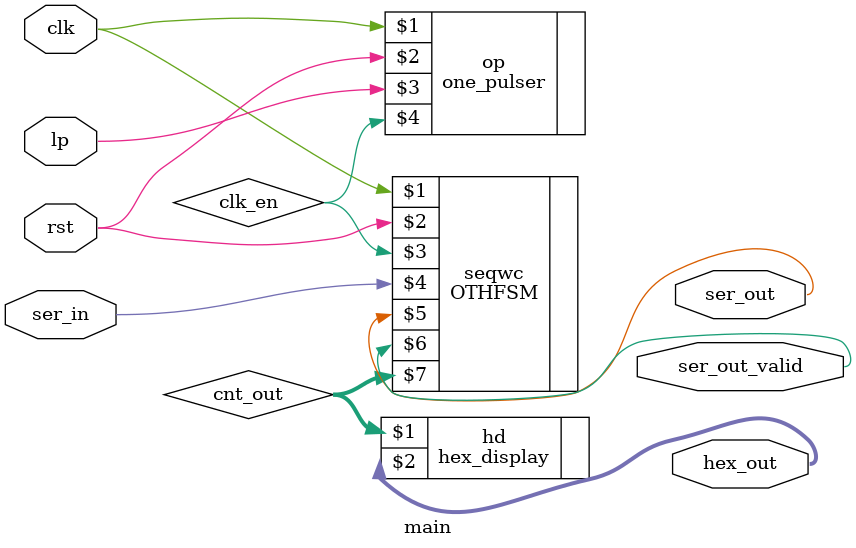
<source format=v>
module main (clk, rst, lp, ser_in, 
            ser_out, ser_out_valid,
            hex_out);

    input clk, rst, lp, ser_in;
    output ser_out, ser_out_valid;
    output [6:0] hex_out;
    wire clk_en;

    wire [3:0] cnt_out; 

    one_pulser op (
        clk, rst, lp, clk_en
    );

    OTHFSM seqwc (
        clk, rst, clk_en, ser_in, 
        ser_out, ser_out_valid, cnt_out
    );

    hex_display hd (
        cnt_out, hex_out
    );

endmodule
</source>
